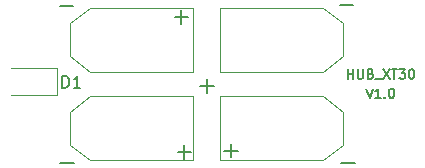
<source format=gbr>
G04 #@! TF.GenerationSoftware,KiCad,Pcbnew,5.1.2-f72e74a~84~ubuntu18.04.1*
G04 #@! TF.CreationDate,2019-09-15T12:12:38+02:00*
G04 #@! TF.ProjectId,Xt30_Hub,58743330-5f48-4756-922e-6b696361645f,rev?*
G04 #@! TF.SameCoordinates,Original*
G04 #@! TF.FileFunction,Legend,Top*
G04 #@! TF.FilePolarity,Positive*
%FSLAX46Y46*%
G04 Gerber Fmt 4.6, Leading zero omitted, Abs format (unit mm)*
G04 Created by KiCad (PCBNEW 5.1.2-f72e74a~84~ubuntu18.04.1) date 2019-09-15 12:12:38*
%MOMM*%
%LPD*%
G04 APERTURE LIST*
%ADD10C,0.150000*%
%ADD11C,0.120000*%
G04 APERTURE END LIST*
D10*
X159816952Y-93922904D02*
X160083619Y-94722904D01*
X160350285Y-93922904D01*
X161036000Y-94722904D02*
X160578857Y-94722904D01*
X160807428Y-94722904D02*
X160807428Y-93922904D01*
X160731238Y-94037190D01*
X160655047Y-94113380D01*
X160578857Y-94151476D01*
X161378857Y-94646714D02*
X161416952Y-94684809D01*
X161378857Y-94722904D01*
X161340761Y-94684809D01*
X161378857Y-94646714D01*
X161378857Y-94722904D01*
X161912190Y-93922904D02*
X161988380Y-93922904D01*
X162064571Y-93961000D01*
X162102666Y-93999095D01*
X162140761Y-94075285D01*
X162178857Y-94227666D01*
X162178857Y-94418142D01*
X162140761Y-94570523D01*
X162102666Y-94646714D01*
X162064571Y-94684809D01*
X161988380Y-94722904D01*
X161912190Y-94722904D01*
X161836000Y-94684809D01*
X161797904Y-94646714D01*
X161759809Y-94570523D01*
X161721714Y-94418142D01*
X161721714Y-94227666D01*
X161759809Y-94075285D01*
X161797904Y-93999095D01*
X161836000Y-93961000D01*
X161912190Y-93922904D01*
X158236000Y-93071904D02*
X158236000Y-92271904D01*
X158236000Y-92652857D02*
X158693142Y-92652857D01*
X158693142Y-93071904D02*
X158693142Y-92271904D01*
X159074095Y-92271904D02*
X159074095Y-92919523D01*
X159112190Y-92995714D01*
X159150285Y-93033809D01*
X159226476Y-93071904D01*
X159378857Y-93071904D01*
X159455047Y-93033809D01*
X159493142Y-92995714D01*
X159531238Y-92919523D01*
X159531238Y-92271904D01*
X160178857Y-92652857D02*
X160293142Y-92690952D01*
X160331238Y-92729047D01*
X160369333Y-92805238D01*
X160369333Y-92919523D01*
X160331238Y-92995714D01*
X160293142Y-93033809D01*
X160216952Y-93071904D01*
X159912190Y-93071904D01*
X159912190Y-92271904D01*
X160178857Y-92271904D01*
X160255047Y-92310000D01*
X160293142Y-92348095D01*
X160331238Y-92424285D01*
X160331238Y-92500476D01*
X160293142Y-92576666D01*
X160255047Y-92614761D01*
X160178857Y-92652857D01*
X159912190Y-92652857D01*
X160521714Y-93148095D02*
X161131238Y-93148095D01*
X161245523Y-92271904D02*
X161778857Y-93071904D01*
X161778857Y-92271904D02*
X161245523Y-93071904D01*
X161969333Y-92271904D02*
X162426476Y-92271904D01*
X162197904Y-93071904D02*
X162197904Y-92271904D01*
X162616952Y-92271904D02*
X163112190Y-92271904D01*
X162845523Y-92576666D01*
X162959809Y-92576666D01*
X163036000Y-92614761D01*
X163074095Y-92652857D01*
X163112190Y-92729047D01*
X163112190Y-92919523D01*
X163074095Y-92995714D01*
X163036000Y-93033809D01*
X162959809Y-93071904D01*
X162731238Y-93071904D01*
X162655047Y-93033809D01*
X162616952Y-92995714D01*
X163607428Y-92271904D02*
X163683619Y-92271904D01*
X163759809Y-92310000D01*
X163797904Y-92348095D01*
X163836000Y-92424285D01*
X163874095Y-92576666D01*
X163874095Y-92767142D01*
X163836000Y-92919523D01*
X163797904Y-92995714D01*
X163759809Y-93033809D01*
X163683619Y-93071904D01*
X163607428Y-93071904D01*
X163531238Y-93033809D01*
X163493142Y-92995714D01*
X163455047Y-92919523D01*
X163416952Y-92767142D01*
X163416952Y-92576666D01*
X163455047Y-92424285D01*
X163493142Y-92348095D01*
X163531238Y-92310000D01*
X163607428Y-92271904D01*
D11*
X129715000Y-94480000D02*
X133600000Y-94480000D01*
X133600000Y-94480000D02*
X133600000Y-92210000D01*
X133600000Y-92210000D02*
X129715000Y-92210000D01*
X134730201Y-88379801D02*
X134730201Y-91199801D01*
X134730201Y-91199801D02*
X136430201Y-92499801D01*
X134730201Y-88379801D02*
X136430201Y-87079801D01*
X136430201Y-92499801D02*
X145150201Y-92499801D01*
X145150201Y-87079801D02*
X145150201Y-92499801D01*
X136430201Y-87079801D02*
X145150201Y-87079801D01*
X134730201Y-95883801D02*
X134730201Y-98703801D01*
X134730201Y-98703801D02*
X136430201Y-100003801D01*
X134730201Y-95883801D02*
X136430201Y-94583801D01*
X136430201Y-100003801D02*
X145150201Y-100003801D01*
X145150201Y-94583801D02*
X145150201Y-100003801D01*
X136430201Y-94583801D02*
X145150201Y-94583801D01*
X157861201Y-91199801D02*
X157861201Y-88379801D01*
X157861201Y-88379801D02*
X156161201Y-87079801D01*
X157861201Y-91199801D02*
X156161201Y-92499801D01*
X156161201Y-87079801D02*
X147441201Y-87079801D01*
X147441201Y-92499801D02*
X147441201Y-87079801D01*
X156161201Y-92499801D02*
X147441201Y-92499801D01*
X156161201Y-100003801D02*
X147441201Y-100003801D01*
X147441201Y-100003801D02*
X147441201Y-94583801D01*
X156161201Y-94583801D02*
X147441201Y-94583801D01*
X157861201Y-98703801D02*
X156161201Y-100003801D01*
X157861201Y-95883801D02*
X156161201Y-94583801D01*
X157861201Y-98703801D02*
X157861201Y-95883801D01*
D10*
X134082104Y-93848180D02*
X134082104Y-92848180D01*
X134320200Y-92848180D01*
X134463057Y-92895800D01*
X134558295Y-92991038D01*
X134605914Y-93086276D01*
X134653533Y-93276752D01*
X134653533Y-93419609D01*
X134605914Y-93610085D01*
X134558295Y-93705323D01*
X134463057Y-93800561D01*
X134320200Y-93848180D01*
X134082104Y-93848180D01*
X135605914Y-93848180D02*
X135034485Y-93848180D01*
X135320200Y-93848180D02*
X135320200Y-92848180D01*
X135224961Y-92991038D01*
X135129723Y-93086276D01*
X135034485Y-93133895D01*
X143573571Y-87864142D02*
X144716428Y-87864142D01*
X144145000Y-88435571D02*
X144145000Y-87292714D01*
X133845371Y-86924342D02*
X134988228Y-86924342D01*
X133896171Y-100233942D02*
X135039028Y-100233942D01*
X143827571Y-99294142D02*
X144970428Y-99294142D01*
X144399000Y-99865571D02*
X144399000Y-98722714D01*
X157543571Y-86848142D02*
X158686428Y-86848142D01*
X145732571Y-93706142D02*
X146875428Y-93706142D01*
X146304000Y-94277571D02*
X146304000Y-93134714D01*
X147764571Y-99167142D02*
X148907428Y-99167142D01*
X148336000Y-99738571D02*
X148336000Y-98595714D01*
X157670571Y-100183142D02*
X158813428Y-100183142D01*
M02*

</source>
